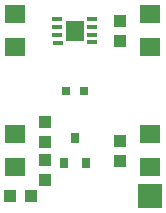
<source format=gbr>
G04 EAGLE Gerber RS-274X export*
G75*
%MOMM*%
%FSLAX34Y34*%
%LPD*%
%INSolderpaste Top*%
%IPPOS*%
%AMOC8*
5,1,8,0,0,1.08239X$1,22.5*%
G01*
%ADD10R,1.800000X1.600000*%
%ADD11R,1.100000X1.000000*%
%ADD12R,0.800000X0.900000*%
%ADD13R,1.000000X1.100000*%
%ADD14R,0.800000X0.800000*%
%ADD15R,2.032000X2.032000*%
%ADD16R,0.850000X0.350000*%
%ADD17C,0.035000*%
%ADD18R,1.500000X1.750000*%


D10*
X50800Y166400D03*
X50800Y138400D03*
X165100Y36800D03*
X165100Y64800D03*
X165100Y166400D03*
X165100Y138400D03*
D11*
X64063Y12700D03*
X47063Y12700D03*
D12*
X101600Y61800D03*
X111100Y40800D03*
X92100Y40800D03*
D13*
X76200Y26425D03*
X76200Y43425D03*
X76200Y75175D03*
X76200Y58175D03*
D14*
X109100Y101600D03*
X94100Y101600D03*
D15*
X165100Y12700D03*
D10*
X50800Y36800D03*
X50800Y64800D03*
D16*
X86850Y155650D03*
X86850Y149150D03*
D17*
X90925Y141075D02*
X82775Y141075D01*
X82775Y144225D01*
X90925Y144225D01*
X90925Y141075D01*
X90925Y141407D02*
X82775Y141407D01*
X82775Y141739D02*
X90925Y141739D01*
X90925Y142071D02*
X82775Y142071D01*
X82775Y142403D02*
X90925Y142403D01*
X90925Y142735D02*
X82775Y142735D01*
X82775Y143067D02*
X90925Y143067D01*
X90925Y143399D02*
X82775Y143399D01*
X82775Y143731D02*
X90925Y143731D01*
X90925Y144063D02*
X82775Y144063D01*
D16*
X86850Y162150D03*
X116350Y142650D03*
X116350Y149150D03*
X116350Y155650D03*
X116350Y162150D03*
D18*
X101600Y152400D03*
D13*
X139700Y59300D03*
X139700Y42300D03*
X139700Y143900D03*
X139700Y160900D03*
M02*

</source>
